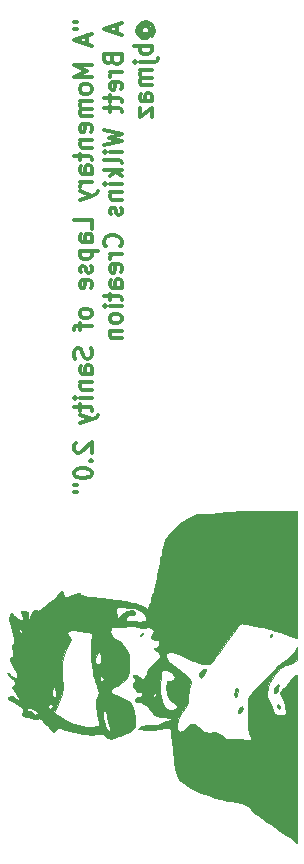
<source format=gbo>
G04 #@! TF.FileFunction,Legend,Bot*
%FSLAX46Y46*%
G04 Gerber Fmt 4.6, Leading zero omitted, Abs format (unit mm)*
G04 Created by KiCad (PCBNEW 4.0.2-stable) date Monday, 05 December 2016 'pmt' 11:41:00 pm*
%MOMM*%
G01*
G04 APERTURE LIST*
%ADD10C,0.100000*%
%ADD11C,0.300000*%
%ADD12C,0.010000*%
G04 APERTURE END LIST*
D10*
D11*
X165699286Y-65580000D02*
X165627857Y-65508572D01*
X165556429Y-65365715D01*
X165556429Y-65222857D01*
X165627857Y-65080000D01*
X165699286Y-65008572D01*
X165842143Y-64937143D01*
X165985000Y-64937143D01*
X166127857Y-65008572D01*
X166199286Y-65080000D01*
X166270714Y-65222857D01*
X166270714Y-65365715D01*
X166199286Y-65508572D01*
X166127857Y-65580000D01*
X165556429Y-65580000D02*
X166127857Y-65580000D01*
X166199286Y-65651429D01*
X166199286Y-65722857D01*
X166127857Y-65865715D01*
X165985000Y-65937143D01*
X165627857Y-65937143D01*
X165413571Y-65794286D01*
X165270714Y-65580000D01*
X165199286Y-65294286D01*
X165270714Y-65008572D01*
X165413571Y-64794286D01*
X165627857Y-64651429D01*
X165913571Y-64580000D01*
X166199286Y-64651429D01*
X166413571Y-64794286D01*
X166556429Y-65008572D01*
X166627857Y-65294286D01*
X166556429Y-65580000D01*
X166413571Y-65794286D01*
X166413571Y-66580000D02*
X164913571Y-66580000D01*
X165485000Y-66580000D02*
X165413571Y-66722857D01*
X165413571Y-67008571D01*
X165485000Y-67151428D01*
X165556429Y-67222857D01*
X165699286Y-67294286D01*
X166127857Y-67294286D01*
X166270714Y-67222857D01*
X166342143Y-67151428D01*
X166413571Y-67008571D01*
X166413571Y-66722857D01*
X166342143Y-66580000D01*
X165413571Y-67937143D02*
X166699286Y-67937143D01*
X166842143Y-67865714D01*
X166913571Y-67722857D01*
X166913571Y-67651429D01*
X164913571Y-67937143D02*
X164985000Y-67865714D01*
X165056429Y-67937143D01*
X164985000Y-68008571D01*
X164913571Y-67937143D01*
X165056429Y-67937143D01*
X166413571Y-68651429D02*
X165413571Y-68651429D01*
X165556429Y-68651429D02*
X165485000Y-68722857D01*
X165413571Y-68865715D01*
X165413571Y-69080000D01*
X165485000Y-69222857D01*
X165627857Y-69294286D01*
X166413571Y-69294286D01*
X165627857Y-69294286D02*
X165485000Y-69365715D01*
X165413571Y-69508572D01*
X165413571Y-69722857D01*
X165485000Y-69865715D01*
X165627857Y-69937143D01*
X166413571Y-69937143D01*
X166413571Y-71294286D02*
X165627857Y-71294286D01*
X165485000Y-71222857D01*
X165413571Y-71080000D01*
X165413571Y-70794286D01*
X165485000Y-70651429D01*
X166342143Y-71294286D02*
X166413571Y-71151429D01*
X166413571Y-70794286D01*
X166342143Y-70651429D01*
X166199286Y-70580000D01*
X166056429Y-70580000D01*
X165913571Y-70651429D01*
X165842143Y-70794286D01*
X165842143Y-71151429D01*
X165770714Y-71294286D01*
X165413571Y-71865715D02*
X165413571Y-72651429D01*
X166413571Y-71865715D01*
X166413571Y-72651429D01*
X163445000Y-64783571D02*
X163445000Y-65497857D01*
X163873571Y-64640714D02*
X162373571Y-65140714D01*
X163873571Y-65640714D01*
X163087857Y-67783571D02*
X163159286Y-67997857D01*
X163230714Y-68069285D01*
X163373571Y-68140714D01*
X163587857Y-68140714D01*
X163730714Y-68069285D01*
X163802143Y-67997857D01*
X163873571Y-67854999D01*
X163873571Y-67283571D01*
X162373571Y-67283571D01*
X162373571Y-67783571D01*
X162445000Y-67926428D01*
X162516429Y-67997857D01*
X162659286Y-68069285D01*
X162802143Y-68069285D01*
X162945000Y-67997857D01*
X163016429Y-67926428D01*
X163087857Y-67783571D01*
X163087857Y-67283571D01*
X163873571Y-68783571D02*
X162873571Y-68783571D01*
X163159286Y-68783571D02*
X163016429Y-68854999D01*
X162945000Y-68926428D01*
X162873571Y-69069285D01*
X162873571Y-69212142D01*
X163802143Y-70283570D02*
X163873571Y-70140713D01*
X163873571Y-69854999D01*
X163802143Y-69712142D01*
X163659286Y-69640713D01*
X163087857Y-69640713D01*
X162945000Y-69712142D01*
X162873571Y-69854999D01*
X162873571Y-70140713D01*
X162945000Y-70283570D01*
X163087857Y-70354999D01*
X163230714Y-70354999D01*
X163373571Y-69640713D01*
X162873571Y-70783570D02*
X162873571Y-71354999D01*
X162373571Y-70997856D02*
X163659286Y-70997856D01*
X163802143Y-71069284D01*
X163873571Y-71212142D01*
X163873571Y-71354999D01*
X162873571Y-71640713D02*
X162873571Y-72212142D01*
X162373571Y-71854999D02*
X163659286Y-71854999D01*
X163802143Y-71926427D01*
X163873571Y-72069285D01*
X163873571Y-72212142D01*
X162373571Y-73712142D02*
X163873571Y-74069285D01*
X162802143Y-74354999D01*
X163873571Y-74640713D01*
X162373571Y-74997856D01*
X163873571Y-75569285D02*
X162873571Y-75569285D01*
X162373571Y-75569285D02*
X162445000Y-75497856D01*
X162516429Y-75569285D01*
X162445000Y-75640713D01*
X162373571Y-75569285D01*
X162516429Y-75569285D01*
X163873571Y-76497857D02*
X163802143Y-76354999D01*
X163659286Y-76283571D01*
X162373571Y-76283571D01*
X163873571Y-77069285D02*
X162373571Y-77069285D01*
X163302143Y-77212142D02*
X163873571Y-77640713D01*
X162873571Y-77640713D02*
X163445000Y-77069285D01*
X163873571Y-78283571D02*
X162873571Y-78283571D01*
X162373571Y-78283571D02*
X162445000Y-78212142D01*
X162516429Y-78283571D01*
X162445000Y-78354999D01*
X162373571Y-78283571D01*
X162516429Y-78283571D01*
X162873571Y-78997857D02*
X163873571Y-78997857D01*
X163016429Y-78997857D02*
X162945000Y-79069285D01*
X162873571Y-79212143D01*
X162873571Y-79426428D01*
X162945000Y-79569285D01*
X163087857Y-79640714D01*
X163873571Y-79640714D01*
X163802143Y-80283571D02*
X163873571Y-80426428D01*
X163873571Y-80712143D01*
X163802143Y-80855000D01*
X163659286Y-80926428D01*
X163587857Y-80926428D01*
X163445000Y-80855000D01*
X163373571Y-80712143D01*
X163373571Y-80497857D01*
X163302143Y-80355000D01*
X163159286Y-80283571D01*
X163087857Y-80283571D01*
X162945000Y-80355000D01*
X162873571Y-80497857D01*
X162873571Y-80712143D01*
X162945000Y-80855000D01*
X163730714Y-83569286D02*
X163802143Y-83497857D01*
X163873571Y-83283571D01*
X163873571Y-83140714D01*
X163802143Y-82926429D01*
X163659286Y-82783571D01*
X163516429Y-82712143D01*
X163230714Y-82640714D01*
X163016429Y-82640714D01*
X162730714Y-82712143D01*
X162587857Y-82783571D01*
X162445000Y-82926429D01*
X162373571Y-83140714D01*
X162373571Y-83283571D01*
X162445000Y-83497857D01*
X162516429Y-83569286D01*
X163873571Y-84212143D02*
X162873571Y-84212143D01*
X163159286Y-84212143D02*
X163016429Y-84283571D01*
X162945000Y-84355000D01*
X162873571Y-84497857D01*
X162873571Y-84640714D01*
X163802143Y-85712142D02*
X163873571Y-85569285D01*
X163873571Y-85283571D01*
X163802143Y-85140714D01*
X163659286Y-85069285D01*
X163087857Y-85069285D01*
X162945000Y-85140714D01*
X162873571Y-85283571D01*
X162873571Y-85569285D01*
X162945000Y-85712142D01*
X163087857Y-85783571D01*
X163230714Y-85783571D01*
X163373571Y-85069285D01*
X163873571Y-87069285D02*
X163087857Y-87069285D01*
X162945000Y-86997856D01*
X162873571Y-86854999D01*
X162873571Y-86569285D01*
X162945000Y-86426428D01*
X163802143Y-87069285D02*
X163873571Y-86926428D01*
X163873571Y-86569285D01*
X163802143Y-86426428D01*
X163659286Y-86354999D01*
X163516429Y-86354999D01*
X163373571Y-86426428D01*
X163302143Y-86569285D01*
X163302143Y-86926428D01*
X163230714Y-87069285D01*
X162873571Y-87569285D02*
X162873571Y-88140714D01*
X162373571Y-87783571D02*
X163659286Y-87783571D01*
X163802143Y-87854999D01*
X163873571Y-87997857D01*
X163873571Y-88140714D01*
X163873571Y-88640714D02*
X162873571Y-88640714D01*
X162373571Y-88640714D02*
X162445000Y-88569285D01*
X162516429Y-88640714D01*
X162445000Y-88712142D01*
X162373571Y-88640714D01*
X162516429Y-88640714D01*
X163873571Y-89569286D02*
X163802143Y-89426428D01*
X163730714Y-89355000D01*
X163587857Y-89283571D01*
X163159286Y-89283571D01*
X163016429Y-89355000D01*
X162945000Y-89426428D01*
X162873571Y-89569286D01*
X162873571Y-89783571D01*
X162945000Y-89926428D01*
X163016429Y-89997857D01*
X163159286Y-90069286D01*
X163587857Y-90069286D01*
X163730714Y-89997857D01*
X163802143Y-89926428D01*
X163873571Y-89783571D01*
X163873571Y-89569286D01*
X162873571Y-90712143D02*
X163873571Y-90712143D01*
X163016429Y-90712143D02*
X162945000Y-90783571D01*
X162873571Y-90926429D01*
X162873571Y-91140714D01*
X162945000Y-91283571D01*
X163087857Y-91355000D01*
X163873571Y-91355000D01*
X159833571Y-64562143D02*
X160119286Y-64562143D01*
X159833571Y-65133572D02*
X160119286Y-65133572D01*
X160905000Y-65705000D02*
X160905000Y-66419286D01*
X161333571Y-65562143D02*
X159833571Y-66062143D01*
X161333571Y-66562143D01*
X161333571Y-68205000D02*
X159833571Y-68205000D01*
X160905000Y-68705000D01*
X159833571Y-69205000D01*
X161333571Y-69205000D01*
X161333571Y-70133572D02*
X161262143Y-69990714D01*
X161190714Y-69919286D01*
X161047857Y-69847857D01*
X160619286Y-69847857D01*
X160476429Y-69919286D01*
X160405000Y-69990714D01*
X160333571Y-70133572D01*
X160333571Y-70347857D01*
X160405000Y-70490714D01*
X160476429Y-70562143D01*
X160619286Y-70633572D01*
X161047857Y-70633572D01*
X161190714Y-70562143D01*
X161262143Y-70490714D01*
X161333571Y-70347857D01*
X161333571Y-70133572D01*
X161333571Y-71276429D02*
X160333571Y-71276429D01*
X160476429Y-71276429D02*
X160405000Y-71347857D01*
X160333571Y-71490715D01*
X160333571Y-71705000D01*
X160405000Y-71847857D01*
X160547857Y-71919286D01*
X161333571Y-71919286D01*
X160547857Y-71919286D02*
X160405000Y-71990715D01*
X160333571Y-72133572D01*
X160333571Y-72347857D01*
X160405000Y-72490715D01*
X160547857Y-72562143D01*
X161333571Y-72562143D01*
X161262143Y-73847857D02*
X161333571Y-73705000D01*
X161333571Y-73419286D01*
X161262143Y-73276429D01*
X161119286Y-73205000D01*
X160547857Y-73205000D01*
X160405000Y-73276429D01*
X160333571Y-73419286D01*
X160333571Y-73705000D01*
X160405000Y-73847857D01*
X160547857Y-73919286D01*
X160690714Y-73919286D01*
X160833571Y-73205000D01*
X160333571Y-74562143D02*
X161333571Y-74562143D01*
X160476429Y-74562143D02*
X160405000Y-74633571D01*
X160333571Y-74776429D01*
X160333571Y-74990714D01*
X160405000Y-75133571D01*
X160547857Y-75205000D01*
X161333571Y-75205000D01*
X160333571Y-75705000D02*
X160333571Y-76276429D01*
X159833571Y-75919286D02*
X161119286Y-75919286D01*
X161262143Y-75990714D01*
X161333571Y-76133572D01*
X161333571Y-76276429D01*
X161333571Y-77419286D02*
X160547857Y-77419286D01*
X160405000Y-77347857D01*
X160333571Y-77205000D01*
X160333571Y-76919286D01*
X160405000Y-76776429D01*
X161262143Y-77419286D02*
X161333571Y-77276429D01*
X161333571Y-76919286D01*
X161262143Y-76776429D01*
X161119286Y-76705000D01*
X160976429Y-76705000D01*
X160833571Y-76776429D01*
X160762143Y-76919286D01*
X160762143Y-77276429D01*
X160690714Y-77419286D01*
X161333571Y-78133572D02*
X160333571Y-78133572D01*
X160619286Y-78133572D02*
X160476429Y-78205000D01*
X160405000Y-78276429D01*
X160333571Y-78419286D01*
X160333571Y-78562143D01*
X160333571Y-78919286D02*
X161333571Y-79276429D01*
X160333571Y-79633571D02*
X161333571Y-79276429D01*
X161690714Y-79133571D01*
X161762143Y-79062143D01*
X161833571Y-78919286D01*
X161333571Y-82062143D02*
X161333571Y-81347857D01*
X159833571Y-81347857D01*
X161333571Y-83205000D02*
X160547857Y-83205000D01*
X160405000Y-83133571D01*
X160333571Y-82990714D01*
X160333571Y-82705000D01*
X160405000Y-82562143D01*
X161262143Y-83205000D02*
X161333571Y-83062143D01*
X161333571Y-82705000D01*
X161262143Y-82562143D01*
X161119286Y-82490714D01*
X160976429Y-82490714D01*
X160833571Y-82562143D01*
X160762143Y-82705000D01*
X160762143Y-83062143D01*
X160690714Y-83205000D01*
X160333571Y-83919286D02*
X161833571Y-83919286D01*
X160405000Y-83919286D02*
X160333571Y-84062143D01*
X160333571Y-84347857D01*
X160405000Y-84490714D01*
X160476429Y-84562143D01*
X160619286Y-84633572D01*
X161047857Y-84633572D01*
X161190714Y-84562143D01*
X161262143Y-84490714D01*
X161333571Y-84347857D01*
X161333571Y-84062143D01*
X161262143Y-83919286D01*
X161262143Y-85205000D02*
X161333571Y-85347857D01*
X161333571Y-85633572D01*
X161262143Y-85776429D01*
X161119286Y-85847857D01*
X161047857Y-85847857D01*
X160905000Y-85776429D01*
X160833571Y-85633572D01*
X160833571Y-85419286D01*
X160762143Y-85276429D01*
X160619286Y-85205000D01*
X160547857Y-85205000D01*
X160405000Y-85276429D01*
X160333571Y-85419286D01*
X160333571Y-85633572D01*
X160405000Y-85776429D01*
X161262143Y-87062143D02*
X161333571Y-86919286D01*
X161333571Y-86633572D01*
X161262143Y-86490715D01*
X161119286Y-86419286D01*
X160547857Y-86419286D01*
X160405000Y-86490715D01*
X160333571Y-86633572D01*
X160333571Y-86919286D01*
X160405000Y-87062143D01*
X160547857Y-87133572D01*
X160690714Y-87133572D01*
X160833571Y-86419286D01*
X161333571Y-89133572D02*
X161262143Y-88990714D01*
X161190714Y-88919286D01*
X161047857Y-88847857D01*
X160619286Y-88847857D01*
X160476429Y-88919286D01*
X160405000Y-88990714D01*
X160333571Y-89133572D01*
X160333571Y-89347857D01*
X160405000Y-89490714D01*
X160476429Y-89562143D01*
X160619286Y-89633572D01*
X161047857Y-89633572D01*
X161190714Y-89562143D01*
X161262143Y-89490714D01*
X161333571Y-89347857D01*
X161333571Y-89133572D01*
X160333571Y-90062143D02*
X160333571Y-90633572D01*
X161333571Y-90276429D02*
X160047857Y-90276429D01*
X159905000Y-90347857D01*
X159833571Y-90490715D01*
X159833571Y-90633572D01*
X161262143Y-92205000D02*
X161333571Y-92419286D01*
X161333571Y-92776429D01*
X161262143Y-92919286D01*
X161190714Y-92990715D01*
X161047857Y-93062143D01*
X160905000Y-93062143D01*
X160762143Y-92990715D01*
X160690714Y-92919286D01*
X160619286Y-92776429D01*
X160547857Y-92490715D01*
X160476429Y-92347857D01*
X160405000Y-92276429D01*
X160262143Y-92205000D01*
X160119286Y-92205000D01*
X159976429Y-92276429D01*
X159905000Y-92347857D01*
X159833571Y-92490715D01*
X159833571Y-92847857D01*
X159905000Y-93062143D01*
X161333571Y-94347857D02*
X160547857Y-94347857D01*
X160405000Y-94276428D01*
X160333571Y-94133571D01*
X160333571Y-93847857D01*
X160405000Y-93705000D01*
X161262143Y-94347857D02*
X161333571Y-94205000D01*
X161333571Y-93847857D01*
X161262143Y-93705000D01*
X161119286Y-93633571D01*
X160976429Y-93633571D01*
X160833571Y-93705000D01*
X160762143Y-93847857D01*
X160762143Y-94205000D01*
X160690714Y-94347857D01*
X160333571Y-95062143D02*
X161333571Y-95062143D01*
X160476429Y-95062143D02*
X160405000Y-95133571D01*
X160333571Y-95276429D01*
X160333571Y-95490714D01*
X160405000Y-95633571D01*
X160547857Y-95705000D01*
X161333571Y-95705000D01*
X161333571Y-96419286D02*
X160333571Y-96419286D01*
X159833571Y-96419286D02*
X159905000Y-96347857D01*
X159976429Y-96419286D01*
X159905000Y-96490714D01*
X159833571Y-96419286D01*
X159976429Y-96419286D01*
X160333571Y-96919286D02*
X160333571Y-97490715D01*
X159833571Y-97133572D02*
X161119286Y-97133572D01*
X161262143Y-97205000D01*
X161333571Y-97347858D01*
X161333571Y-97490715D01*
X160333571Y-97847858D02*
X161333571Y-98205001D01*
X160333571Y-98562143D02*
X161333571Y-98205001D01*
X161690714Y-98062143D01*
X161762143Y-97990715D01*
X161833571Y-97847858D01*
X159976429Y-100205000D02*
X159905000Y-100276429D01*
X159833571Y-100419286D01*
X159833571Y-100776429D01*
X159905000Y-100919286D01*
X159976429Y-100990715D01*
X160119286Y-101062143D01*
X160262143Y-101062143D01*
X160476429Y-100990715D01*
X161333571Y-100133572D01*
X161333571Y-101062143D01*
X161190714Y-101705000D02*
X161262143Y-101776428D01*
X161333571Y-101705000D01*
X161262143Y-101633571D01*
X161190714Y-101705000D01*
X161333571Y-101705000D01*
X159833571Y-102705000D02*
X159833571Y-102847857D01*
X159905000Y-102990714D01*
X159976429Y-103062143D01*
X160119286Y-103133572D01*
X160405000Y-103205000D01*
X160762143Y-103205000D01*
X161047857Y-103133572D01*
X161190714Y-103062143D01*
X161262143Y-102990714D01*
X161333571Y-102847857D01*
X161333571Y-102705000D01*
X161262143Y-102562143D01*
X161190714Y-102490714D01*
X161047857Y-102419286D01*
X160762143Y-102347857D01*
X160405000Y-102347857D01*
X160119286Y-102419286D01*
X159976429Y-102490714D01*
X159905000Y-102562143D01*
X159833571Y-102705000D01*
X159833571Y-103776428D02*
X160119286Y-103776428D01*
X159833571Y-104347857D02*
X160119286Y-104347857D01*
D12*
G36*
X154218458Y-119781798D02*
X154316249Y-119902612D01*
X154470639Y-120060003D01*
X154514090Y-120100755D01*
X154724915Y-120318880D01*
X154849199Y-120499329D01*
X154882717Y-120631108D01*
X154821248Y-120703225D01*
X154749500Y-120713500D01*
X154638262Y-120755733D01*
X154615523Y-120875369D01*
X154678209Y-121061812D01*
X154823248Y-121304469D01*
X154981622Y-121513789D01*
X155102566Y-121680231D01*
X155179483Y-121820811D01*
X155194000Y-121875167D01*
X155159936Y-121995823D01*
X155070275Y-122014221D01*
X154943807Y-121931038D01*
X154882604Y-121863978D01*
X154746192Y-121727022D01*
X154607311Y-121675917D01*
X154495335Y-121674865D01*
X154331584Y-121690972D01*
X154227035Y-121712647D01*
X154221488Y-121715125D01*
X154215568Y-121773336D01*
X154290701Y-121872472D01*
X154420558Y-121985650D01*
X154578809Y-122085987D01*
X154590600Y-122092000D01*
X154829697Y-122222267D01*
X155069394Y-122370331D01*
X155282887Y-122517507D01*
X155443369Y-122645111D01*
X155524036Y-122734457D01*
X155528113Y-122745500D01*
X155522304Y-122873528D01*
X155486158Y-123010284D01*
X155466936Y-123195409D01*
X155556140Y-123322896D01*
X155743410Y-123380039D01*
X155789150Y-123381894D01*
X155971975Y-123409686D01*
X156189955Y-123477562D01*
X156259476Y-123506618D01*
X156464514Y-123582344D01*
X156617810Y-123589347D01*
X156696488Y-123567107D01*
X156897452Y-123529634D01*
X157056414Y-123599218D01*
X157187963Y-123767957D01*
X157326047Y-123937693D01*
X157503198Y-124082165D01*
X157515257Y-124089483D01*
X157693138Y-124232605D01*
X157844199Y-124414745D01*
X157854913Y-124432194D01*
X157989610Y-124594037D01*
X158126936Y-124649598D01*
X158245415Y-124595729D01*
X158303154Y-124497918D01*
X158372150Y-124365508D01*
X158428413Y-124303775D01*
X158513028Y-124307945D01*
X158685454Y-124353145D01*
X158916523Y-124430959D01*
X159066146Y-124487806D01*
X159815213Y-124721244D01*
X160631529Y-124858764D01*
X161495599Y-124897210D01*
X161583802Y-124895486D01*
X162290355Y-124877607D01*
X162522637Y-125081553D01*
X162741047Y-125230682D01*
X162961539Y-125279913D01*
X163214217Y-125231005D01*
X163435235Y-125134876D01*
X163680564Y-125026190D01*
X163961280Y-124922265D01*
X164085704Y-124883222D01*
X164367293Y-124769750D01*
X164633036Y-124609712D01*
X164698322Y-124558217D01*
X164839757Y-124428492D01*
X164923081Y-124313233D01*
X164969146Y-124167663D01*
X164998804Y-123947006D01*
X165003249Y-123903437D01*
X165018351Y-123622858D01*
X164998375Y-123356569D01*
X164937825Y-123047411D01*
X164910086Y-122934440D01*
X164836447Y-122669926D01*
X164760071Y-122437784D01*
X164694305Y-122277449D01*
X164677727Y-122247821D01*
X164565367Y-122143801D01*
X164355398Y-122012464D01*
X164070990Y-121865746D01*
X163735315Y-121715584D01*
X163371544Y-121573915D01*
X163364979Y-121571551D01*
X163124767Y-121447381D01*
X162993431Y-121297768D01*
X162973648Y-121140239D01*
X163068093Y-120992321D01*
X163259319Y-120879331D01*
X163444515Y-120791819D01*
X163677607Y-120663770D01*
X163862542Y-120551502D01*
X164091257Y-120387219D01*
X164245121Y-120221286D01*
X164367485Y-120005600D01*
X164381267Y-119975933D01*
X164449670Y-119815547D01*
X164493685Y-119670474D01*
X164517460Y-119507646D01*
X164525143Y-119293993D01*
X164520881Y-118996447D01*
X164517911Y-118886495D01*
X164496750Y-118141750D01*
X164211000Y-117633750D01*
X164064965Y-117383690D01*
X163946201Y-117215585D01*
X163824878Y-117097947D01*
X163671169Y-116999289D01*
X163549298Y-116935250D01*
X163334064Y-116811081D01*
X163152644Y-116679872D01*
X163057907Y-116586000D01*
X162937639Y-116354312D01*
X162900313Y-116124969D01*
X162951507Y-115936970D01*
X162962721Y-115920571D01*
X163009597Y-115872303D01*
X163081389Y-115836425D01*
X163198137Y-115809898D01*
X163379884Y-115789684D01*
X163646669Y-115772744D01*
X164018534Y-115756040D01*
X164058669Y-115754411D01*
X164468468Y-115740514D01*
X164773037Y-115737323D01*
X164993763Y-115745721D01*
X165152035Y-115766596D01*
X165269242Y-115800831D01*
X165279314Y-115804934D01*
X165567237Y-115865412D01*
X165758934Y-115848421D01*
X166072458Y-115824585D01*
X166321305Y-115869424D01*
X166492686Y-115971453D01*
X166573810Y-116119192D01*
X166551889Y-116301159D01*
X166448436Y-116467401D01*
X166338744Y-116639771D01*
X166343095Y-116764996D01*
X166463976Y-116846674D01*
X166703878Y-116888398D01*
X166741665Y-116890943D01*
X166932972Y-116905923D01*
X167029718Y-116936942D01*
X167064146Y-117007046D01*
X167068500Y-117124532D01*
X167024409Y-117342285D01*
X166905867Y-117489003D01*
X166746464Y-117538500D01*
X166641251Y-117567405D01*
X166638647Y-117641811D01*
X166731547Y-117743257D01*
X166856447Y-117824250D01*
X167065857Y-117984329D01*
X167151695Y-118162395D01*
X167114776Y-118350800D01*
X166955913Y-118541896D01*
X166765577Y-118677404D01*
X166707603Y-118723299D01*
X166707603Y-121415434D01*
X166772166Y-121454333D01*
X166809875Y-121551718D01*
X166729282Y-121657673D01*
X166628465Y-121695494D01*
X166570111Y-121619282D01*
X166560500Y-121528416D01*
X166606789Y-121431634D01*
X166707603Y-121415434D01*
X166707603Y-118723299D01*
X166604582Y-118804857D01*
X166428447Y-118991003D01*
X166262142Y-119202932D01*
X166130635Y-119407734D01*
X166058896Y-119572498D01*
X166052500Y-119617245D01*
X166016971Y-119737250D01*
X165929029Y-119895759D01*
X165816640Y-120052942D01*
X165707771Y-120168973D01*
X165639443Y-120205500D01*
X165539879Y-120161185D01*
X165409643Y-120051131D01*
X165375743Y-120015000D01*
X165180343Y-119860506D01*
X165029751Y-119824500D01*
X164863295Y-119853417D01*
X164810969Y-119936749D01*
X164874726Y-120069369D01*
X164917619Y-120118893D01*
X165013316Y-120232362D01*
X165028322Y-120320117D01*
X164969532Y-120444955D01*
X164956022Y-120468588D01*
X164863450Y-120684851D01*
X164871514Y-120866957D01*
X164986198Y-121051377D01*
X165065568Y-121136268D01*
X165211036Y-121267632D01*
X165312557Y-121314387D01*
X165404321Y-121292043D01*
X165406469Y-121290903D01*
X165532141Y-121255762D01*
X165595561Y-121326432D01*
X165608000Y-121446558D01*
X165557722Y-121610782D01*
X165432062Y-121707241D01*
X165294446Y-121712132D01*
X165149745Y-121733382D01*
X165058652Y-121803605D01*
X164983938Y-121943175D01*
X165027468Y-122055294D01*
X165181960Y-122131789D01*
X165377693Y-122161657D01*
X165512124Y-122177894D01*
X165632800Y-122216587D01*
X165757131Y-122291605D01*
X165902523Y-122416816D01*
X166086385Y-122606089D01*
X166326124Y-122873292D01*
X166453374Y-123018638D01*
X166651541Y-123214072D01*
X166860736Y-123341016D01*
X167115145Y-123412401D01*
X167448952Y-123441158D01*
X167576500Y-123443457D01*
X167854602Y-123458664D01*
X168008770Y-123499626D01*
X168039489Y-123566620D01*
X167949838Y-123658119D01*
X167819907Y-123734460D01*
X167736995Y-123762120D01*
X167648219Y-123787815D01*
X167484400Y-123853843D01*
X167322500Y-123926716D01*
X167137975Y-124004565D01*
X166957749Y-124055395D01*
X166743874Y-124085873D01*
X166458407Y-124102669D01*
X166293172Y-124107623D01*
X165947192Y-124122095D01*
X165703803Y-124147715D01*
X165538822Y-124188066D01*
X165447854Y-124232824D01*
X165329859Y-124324027D01*
X165297807Y-124392180D01*
X165359878Y-124440157D01*
X165524249Y-124470829D01*
X165799098Y-124487069D01*
X166185118Y-124491750D01*
X166597748Y-124486467D01*
X166915435Y-124468576D01*
X167169880Y-124435010D01*
X167392782Y-124382704D01*
X167431613Y-124371180D01*
X167686122Y-124305044D01*
X167854298Y-124303331D01*
X167957628Y-124381839D01*
X168017601Y-124556369D01*
X168054344Y-124829054D01*
X168086232Y-125095738D01*
X168125298Y-125352546D01*
X168155333Y-125507750D01*
X168180222Y-125661729D01*
X168208944Y-125912282D01*
X168238511Y-126229166D01*
X168265931Y-126582137D01*
X168275244Y-126720648D01*
X168318549Y-127264576D01*
X168375091Y-127702028D01*
X168451075Y-128053333D01*
X168552708Y-128338820D01*
X168686195Y-128578819D01*
X168857742Y-128793659D01*
X168931417Y-128870160D01*
X169220290Y-129106595D01*
X169611976Y-129351640D01*
X170083528Y-129596179D01*
X170612003Y-129831094D01*
X171174456Y-130047269D01*
X171747941Y-130235586D01*
X172309516Y-130386928D01*
X172836233Y-130492179D01*
X173101000Y-130526938D01*
X173578463Y-130601297D01*
X174010734Y-130718048D01*
X174378021Y-130868866D01*
X174660537Y-131045425D01*
X174838490Y-131239398D01*
X174851959Y-131263606D01*
X174973839Y-131420606D01*
X175120179Y-131524992D01*
X175256901Y-131606192D01*
X175442381Y-131743629D01*
X175613316Y-131887364D01*
X175823225Y-132060505D01*
X176039726Y-132215988D01*
X176183289Y-132302250D01*
X176356023Y-132406946D01*
X176578060Y-132563606D01*
X176803743Y-132739867D01*
X176821620Y-132754707D01*
X177088179Y-132957023D01*
X177399286Y-133164047D01*
X177662898Y-133317344D01*
X177922926Y-133473327D01*
X178175517Y-133656844D01*
X178367130Y-133828895D01*
X178371184Y-133833262D01*
X178518176Y-133982217D01*
X178636524Y-134083355D01*
X178690307Y-134112000D01*
X178700896Y-134048829D01*
X178710548Y-133860633D01*
X178719248Y-133549379D01*
X178726979Y-133117037D01*
X178733722Y-132565579D01*
X178739461Y-131896972D01*
X178744179Y-131113188D01*
X178747859Y-130216196D01*
X178750483Y-129207966D01*
X178752034Y-128090467D01*
X178752500Y-126968250D01*
X178752101Y-125765639D01*
X178750880Y-124686207D01*
X178748799Y-123726131D01*
X178745822Y-122881592D01*
X178741910Y-122148771D01*
X178737026Y-121523845D01*
X178731134Y-121002997D01*
X178724196Y-120582404D01*
X178716174Y-120258248D01*
X178707031Y-120026707D01*
X178696730Y-119883963D01*
X178685234Y-119826193D01*
X178682726Y-119824500D01*
X178587625Y-119874853D01*
X178436974Y-120015588D01*
X178245375Y-120231219D01*
X178027427Y-120506259D01*
X177979300Y-120570625D01*
X177844555Y-120741440D01*
X177733894Y-120861668D01*
X177674228Y-120904000D01*
X177603642Y-120950340D01*
X177493811Y-121067174D01*
X177443550Y-121130045D01*
X177271136Y-121356090D01*
X177468712Y-121780920D01*
X177585407Y-122071324D01*
X177687982Y-122394400D01*
X177744045Y-122630608D01*
X177784894Y-122918493D01*
X177771408Y-123104506D01*
X177688997Y-123207397D01*
X177523073Y-123245915D01*
X177270156Y-123239625D01*
X177051683Y-123214575D01*
X176898809Y-123161498D01*
X176788486Y-123057307D01*
X176697664Y-122878916D01*
X176603293Y-122603240D01*
X176589071Y-122557462D01*
X176494325Y-122290614D01*
X176380685Y-122025936D01*
X176298076Y-121866014D01*
X176192577Y-121651325D01*
X176156318Y-121455210D01*
X176163758Y-121280741D01*
X176237722Y-120946614D01*
X176390679Y-120562878D01*
X176605220Y-120162595D01*
X176863933Y-119778830D01*
X177107833Y-119487900D01*
X177308962Y-119280117D01*
X177458299Y-119147699D01*
X177587208Y-119070021D01*
X177727053Y-119026458D01*
X177839928Y-119006475D01*
X178094665Y-118939323D01*
X178360293Y-118827217D01*
X178458939Y-118771575D01*
X178752272Y-118586250D01*
X178752386Y-118030625D01*
X178749722Y-117782788D01*
X178742505Y-117591909D01*
X178732055Y-117486727D01*
X178726811Y-117475000D01*
X178684675Y-117525624D01*
X178601123Y-117657174D01*
X178512943Y-117808436D01*
X178308977Y-118105556D01*
X178051401Y-118387907D01*
X177775393Y-118621375D01*
X177522009Y-118769415D01*
X177350152Y-118871823D01*
X177157202Y-119030595D01*
X177057348Y-119131759D01*
X176942226Y-119254669D01*
X176753427Y-119450040D01*
X176507534Y-119700989D01*
X176221131Y-119990634D01*
X175910800Y-120302091D01*
X175758518Y-120454076D01*
X175391672Y-120822061D01*
X175106272Y-121118220D01*
X174892303Y-121358839D01*
X174739752Y-121560209D01*
X174638605Y-121738618D01*
X174578850Y-121910354D01*
X174550471Y-122091706D01*
X174543457Y-122298962D01*
X174545040Y-122428000D01*
X174557671Y-123036043D01*
X174569478Y-123530182D01*
X174581460Y-123923498D01*
X174594618Y-124229074D01*
X174609949Y-124459992D01*
X174628452Y-124629333D01*
X174651126Y-124750181D01*
X174678971Y-124835616D01*
X174712985Y-124898722D01*
X174736127Y-124930494D01*
X174835695Y-125116206D01*
X174824664Y-125261565D01*
X174715914Y-125355921D01*
X174522325Y-125388625D01*
X174256776Y-125349026D01*
X174236652Y-125343505D01*
X174045681Y-125307477D01*
X173775139Y-125278740D01*
X173472424Y-125261816D01*
X173355000Y-125259386D01*
X172751750Y-125253750D01*
X172354036Y-124971175D01*
X172127188Y-124819382D01*
X171959891Y-124735771D01*
X171815842Y-124705213D01*
X171719036Y-124706514D01*
X171384506Y-124730621D01*
X171147635Y-124738358D01*
X170979366Y-124721869D01*
X170850644Y-124673299D01*
X170732413Y-124584792D01*
X170595616Y-124448494D01*
X170536905Y-124386924D01*
X170281771Y-124145280D01*
X170068443Y-124009394D01*
X169877518Y-123973747D01*
X169689592Y-124032822D01*
X169569643Y-124111865D01*
X169423836Y-124236851D01*
X169326181Y-124345886D01*
X169310484Y-124373816D01*
X169225497Y-124470319D01*
X169072669Y-124568307D01*
X168906900Y-124636657D01*
X168822439Y-124650500D01*
X168673132Y-124597601D01*
X168579894Y-124453105D01*
X168540633Y-124238313D01*
X168553255Y-123974528D01*
X168615666Y-123683049D01*
X168725774Y-123385180D01*
X168881484Y-123102221D01*
X168988871Y-122956945D01*
X169229648Y-122637531D01*
X169382120Y-122357899D01*
X169461075Y-122083657D01*
X169481500Y-121811202D01*
X169500597Y-121551020D01*
X169550266Y-121244097D01*
X169608500Y-120999250D01*
X169671871Y-120759094D01*
X169717386Y-120551199D01*
X169735480Y-120419428D01*
X169735500Y-120416949D01*
X169676838Y-120235012D01*
X169506613Y-120021193D01*
X169233466Y-119784597D01*
X168945258Y-119584147D01*
X168534325Y-119297128D01*
X168192294Y-119010538D01*
X167927125Y-118734728D01*
X167746780Y-118480048D01*
X167659218Y-118256848D01*
X167672400Y-118075481D01*
X167725132Y-117997652D01*
X167876455Y-117930713D01*
X168113568Y-117931161D01*
X168417515Y-117994570D01*
X168769341Y-118116511D01*
X169150091Y-118292556D01*
X169275264Y-118359772D01*
X169647146Y-118547186D01*
X170032345Y-118707746D01*
X170407804Y-118834943D01*
X170750463Y-118922271D01*
X171037267Y-118963220D01*
X171245157Y-118951283D01*
X171299471Y-118931100D01*
X171412250Y-118836092D01*
X171588304Y-118640453D01*
X171822652Y-118350652D01*
X172110313Y-117973155D01*
X172446304Y-117514431D01*
X172825643Y-116980946D01*
X173056850Y-116649500D01*
X173319647Y-116272013D01*
X173522234Y-115986743D01*
X173675705Y-115780814D01*
X173791157Y-115641349D01*
X173879686Y-115555473D01*
X173952386Y-115510310D01*
X174020353Y-115492983D01*
X174055357Y-115490751D01*
X174206343Y-115502382D01*
X174458603Y-115539363D01*
X174789866Y-115597616D01*
X175177862Y-115673063D01*
X175600322Y-115761626D01*
X175908781Y-115830185D01*
X176136850Y-115890492D01*
X176456525Y-115986439D01*
X176840562Y-116108897D01*
X177261720Y-116248737D01*
X177692757Y-116396830D01*
X178106429Y-116544048D01*
X178475496Y-116681261D01*
X178641375Y-116745880D01*
X178660981Y-116748653D01*
X178678141Y-116735133D01*
X178693017Y-116697484D01*
X178705772Y-116627871D01*
X178716568Y-116518457D01*
X178725567Y-116361407D01*
X178732933Y-116148885D01*
X178738826Y-115873056D01*
X178743409Y-115526084D01*
X178746845Y-115100132D01*
X178749297Y-114587365D01*
X178750925Y-113979948D01*
X178751893Y-113270045D01*
X178752364Y-112449819D01*
X178752498Y-111511436D01*
X178752500Y-111381960D01*
X178752500Y-105973834D01*
X175656875Y-105994719D01*
X174909415Y-106000486D01*
X174279519Y-106007070D01*
X173757748Y-106014776D01*
X173334666Y-106023909D01*
X173000837Y-106034774D01*
X172746824Y-106047677D01*
X172563190Y-106062923D01*
X172440499Y-106080816D01*
X172370750Y-106101011D01*
X172224449Y-106138974D01*
X171971160Y-106174164D01*
X171630894Y-106204380D01*
X171223662Y-106227422D01*
X171219269Y-106227611D01*
X170258288Y-106268805D01*
X169600019Y-106596838D01*
X169010205Y-106932839D01*
X168488092Y-107314888D01*
X168054572Y-107726002D01*
X167774867Y-108080322D01*
X167573956Y-108429604D01*
X167543550Y-108502083D01*
X167543550Y-119403725D01*
X167687798Y-119431440D01*
X167858095Y-119510844D01*
X168046943Y-119640210D01*
X168222063Y-119791605D01*
X168351174Y-119937096D01*
X168401996Y-120048750D01*
X168402000Y-120049456D01*
X168344814Y-120187678D01*
X168197645Y-120290348D01*
X167997071Y-120332431D01*
X167988461Y-120332500D01*
X167832648Y-120348660D01*
X167740760Y-120388007D01*
X167737482Y-120392387D01*
X167715987Y-120481196D01*
X167693313Y-120660552D01*
X167673908Y-120894125D01*
X167671641Y-120930153D01*
X167681613Y-121374167D01*
X167770565Y-121721260D01*
X167938009Y-121970105D01*
X168096577Y-122082583D01*
X168311615Y-122212311D01*
X168482411Y-122354035D01*
X168580076Y-122481708D01*
X168592500Y-122529710D01*
X168546572Y-122620460D01*
X168435027Y-122733012D01*
X168425186Y-122740891D01*
X168190805Y-122855396D01*
X167938489Y-122844216D01*
X167697015Y-122727402D01*
X167514998Y-122563679D01*
X167372878Y-122335186D01*
X167262305Y-122022863D01*
X167174929Y-121607653D01*
X167157189Y-121495284D01*
X167113342Y-121147785D01*
X167101427Y-120870320D01*
X167120580Y-120610230D01*
X167140490Y-120476494D01*
X167177214Y-120216512D01*
X167200740Y-119971223D01*
X167205940Y-119816612D01*
X167240296Y-119580547D01*
X167354873Y-119441287D01*
X167543550Y-119403725D01*
X167543550Y-108502083D01*
X167423026Y-108789379D01*
X167336907Y-109120200D01*
X167322500Y-109283499D01*
X167304453Y-109443872D01*
X167258713Y-109659087D01*
X167230182Y-109764099D01*
X167162924Y-110017676D01*
X167088769Y-110338441D01*
X167013475Y-110696262D01*
X166942799Y-111061008D01*
X166882500Y-111402545D01*
X166838336Y-111690742D01*
X166816064Y-111895468D01*
X166814500Y-111939452D01*
X166792599Y-112110487D01*
X166733704Y-112359647D01*
X166648023Y-112647155D01*
X166588384Y-112820474D01*
X166484323Y-113121929D01*
X166391593Y-113417598D01*
X166323689Y-113663203D01*
X166301938Y-113760250D01*
X166228141Y-114002070D01*
X166120761Y-114169140D01*
X165996462Y-114236203D01*
X165987749Y-114236500D01*
X165916601Y-114204098D01*
X165775789Y-114120566D01*
X165651598Y-114040653D01*
X165356675Y-113889368D01*
X165042364Y-113796555D01*
X165021587Y-113793125D01*
X164778461Y-113749614D01*
X164482952Y-113688517D01*
X164242750Y-113633435D01*
X163959297Y-113575550D01*
X163704363Y-113535176D01*
X163704363Y-114073923D01*
X163939767Y-114097282D01*
X164061840Y-114114414D01*
X164362072Y-114155498D01*
X164670331Y-114192559D01*
X164919949Y-114217581D01*
X164920231Y-114217604D01*
X165165571Y-114253198D01*
X165351248Y-114329211D01*
X165543928Y-114472992D01*
X165545029Y-114473934D01*
X165787793Y-114724977D01*
X165907848Y-114956627D01*
X165904385Y-115166917D01*
X165864435Y-115250734D01*
X165813332Y-115292386D01*
X165709468Y-115318145D01*
X165531589Y-115330097D01*
X165258443Y-115330322D01*
X165087532Y-115326884D01*
X164718074Y-115315406D01*
X164457728Y-115299624D01*
X164288609Y-115276362D01*
X164192834Y-115242447D01*
X164152519Y-115194703D01*
X164147500Y-115160005D01*
X164205329Y-114991653D01*
X164356803Y-114857852D01*
X164568902Y-114783936D01*
X164646659Y-114777002D01*
X164879748Y-114748177D01*
X164996658Y-114674285D01*
X165001083Y-114552192D01*
X164976648Y-114497317D01*
X164913454Y-114410757D01*
X164824343Y-114372908D01*
X164681100Y-114382189D01*
X164455507Y-114437024D01*
X164364321Y-114463060D01*
X164038186Y-114603799D01*
X163773331Y-114823803D01*
X163524816Y-115084986D01*
X163455512Y-114835368D01*
X163396875Y-114539133D01*
X163395640Y-114298478D01*
X163451126Y-114139311D01*
X163474465Y-114114715D01*
X163557627Y-114079730D01*
X163704363Y-114073923D01*
X163704363Y-113535176D01*
X163615852Y-113521158D01*
X163279232Y-113480627D01*
X163226750Y-113475796D01*
X162898236Y-113442862D01*
X162551354Y-113401086D01*
X162394904Y-113378830D01*
X162394904Y-122882341D01*
X162421238Y-122885380D01*
X162470586Y-122901532D01*
X162511421Y-122941587D01*
X162550898Y-123025296D01*
X162596174Y-123172408D01*
X162654406Y-123402674D01*
X162732750Y-123735842D01*
X162738702Y-123761500D01*
X162817934Y-124124027D01*
X162860707Y-124379117D01*
X162867464Y-124540854D01*
X162838650Y-124623320D01*
X162774709Y-124640600D01*
X162766375Y-124639281D01*
X162648791Y-124556404D01*
X162535106Y-124360532D01*
X162431298Y-124065651D01*
X162343345Y-123685748D01*
X162332046Y-123623192D01*
X162283079Y-123282151D01*
X162276447Y-123051500D01*
X162313329Y-122921482D01*
X162394904Y-122882341D01*
X162394904Y-113378830D01*
X162252827Y-113358617D01*
X162210750Y-113351757D01*
X161927904Y-113309041D01*
X161915365Y-113307470D01*
X161915365Y-117939784D01*
X161981252Y-117944310D01*
X162046913Y-118030625D01*
X162087475Y-118168197D01*
X162108318Y-118373919D01*
X162108637Y-118595626D01*
X162107157Y-118608695D01*
X162107157Y-119962353D01*
X162221151Y-119987137D01*
X162285267Y-120051079D01*
X162354513Y-120206862D01*
X162318943Y-120318905D01*
X162186443Y-120364153D01*
X162178130Y-120364250D01*
X162056650Y-120336153D01*
X162005590Y-120227779D01*
X162000122Y-120189263D01*
X162021846Y-120035367D01*
X162107157Y-119962353D01*
X162107157Y-118608695D01*
X162087629Y-118781149D01*
X162059721Y-118861680D01*
X161954676Y-118930632D01*
X161818246Y-118912142D01*
X161695271Y-118820348D01*
X161644746Y-118730836D01*
X161620400Y-118593963D01*
X161651527Y-118435924D01*
X161733698Y-118238711D01*
X161837988Y-118034503D01*
X161915365Y-117939784D01*
X161915365Y-113307470D01*
X161641620Y-113273158D01*
X161448750Y-113254732D01*
X161030563Y-113217828D01*
X160726042Y-113173481D01*
X160521934Y-113118796D01*
X160404986Y-113050878D01*
X160380930Y-113021460D01*
X160327593Y-112950479D01*
X160262426Y-112916918D01*
X160161742Y-112924112D01*
X160001855Y-112975398D01*
X159955762Y-112994139D01*
X159955762Y-116027382D01*
X160252044Y-116109750D01*
X160459823Y-116168480D01*
X160708665Y-116201998D01*
X160793929Y-116205000D01*
X161007249Y-116218870D01*
X161185061Y-116253954D01*
X161238036Y-116274674D01*
X161315957Y-116334685D01*
X161344758Y-116428698D01*
X161334386Y-116597547D01*
X161328312Y-116645211D01*
X161301570Y-116942469D01*
X161287011Y-117314172D01*
X161283958Y-117727840D01*
X161291736Y-118150993D01*
X161309667Y-118551152D01*
X161337076Y-118895835D01*
X161373286Y-119152564D01*
X161381289Y-119189500D01*
X161433166Y-119442560D01*
X161469079Y-119680715D01*
X161480181Y-119824500D01*
X161508983Y-120005639D01*
X161581504Y-120236856D01*
X161648719Y-120396000D01*
X161820609Y-120797785D01*
X161910980Y-121126230D01*
X161921563Y-121403906D01*
X161854085Y-121653384D01*
X161758389Y-121827834D01*
X161708980Y-121919588D01*
X161684378Y-122025604D01*
X161683127Y-122177247D01*
X161703772Y-122405880D01*
X161723752Y-122574351D01*
X161772681Y-122962083D01*
X161812603Y-123250786D01*
X161848139Y-123467701D01*
X161883908Y-123640065D01*
X161924530Y-123795118D01*
X161939369Y-123845730D01*
X161979086Y-124013154D01*
X161965795Y-124103966D01*
X161922922Y-124143783D01*
X161749138Y-124203820D01*
X161485617Y-124238218D01*
X161167231Y-124245886D01*
X160828849Y-124225733D01*
X160555177Y-124186603D01*
X160208692Y-124100298D01*
X159819171Y-123969720D01*
X159418554Y-123808917D01*
X159038779Y-123631941D01*
X158711788Y-123452844D01*
X158469519Y-123285676D01*
X158431045Y-123252157D01*
X158173011Y-123013941D01*
X158296266Y-122768595D01*
X158482741Y-122355145D01*
X158658683Y-121890030D01*
X158800466Y-121438123D01*
X158846518Y-121257701D01*
X158898957Y-120990100D01*
X158909759Y-120789767D01*
X158880801Y-120604659D01*
X158871394Y-120568508D01*
X158820118Y-120276028D01*
X158795755Y-119903087D01*
X158798467Y-119493373D01*
X158828420Y-119090577D01*
X158864921Y-118840250D01*
X158939544Y-118449592D01*
X159005473Y-118150543D01*
X159073072Y-117909146D01*
X159152702Y-117691448D01*
X159254723Y-117463494D01*
X159335141Y-117299368D01*
X159597331Y-116774486D01*
X159427665Y-116597393D01*
X159298401Y-116440951D01*
X159271208Y-116324754D01*
X159345904Y-116213727D01*
X159425313Y-116146108D01*
X159663663Y-116036333D01*
X159955762Y-116027382D01*
X159955762Y-112994139D01*
X159759077Y-113074112D01*
X159636531Y-113126306D01*
X159348651Y-113241259D01*
X159153392Y-113291902D01*
X159031605Y-113274229D01*
X158964140Y-113184232D01*
X158931848Y-113017903D01*
X158928170Y-112978070D01*
X158887517Y-112790882D01*
X158810837Y-112722693D01*
X158704236Y-112772695D01*
X158573818Y-112940079D01*
X158520499Y-113032060D01*
X158362748Y-113271141D01*
X158175579Y-113434936D01*
X158149974Y-113449539D01*
X158149974Y-120860591D01*
X158215490Y-120895916D01*
X158275514Y-121021151D01*
X158323186Y-121199215D01*
X158351644Y-121393026D01*
X158354027Y-121565502D01*
X158323474Y-121679561D01*
X158304931Y-121698101D01*
X158173169Y-121715240D01*
X158039030Y-121644097D01*
X157952153Y-121512248D01*
X157948825Y-121500274D01*
X157945386Y-121349365D01*
X157983579Y-121162758D01*
X158048153Y-120988953D01*
X158123859Y-120876448D01*
X158149974Y-120860591D01*
X158149974Y-113449539D01*
X158042862Y-113510627D01*
X157865345Y-113608691D01*
X157806355Y-113648199D01*
X157806355Y-122306155D01*
X157944040Y-122349490D01*
X157975300Y-122377200D01*
X158047503Y-122514741D01*
X157994200Y-122647185D01*
X157964298Y-122675320D01*
X157836406Y-122719425D01*
X157718218Y-122672496D01*
X157643415Y-122568213D01*
X157645679Y-122440258D01*
X157677179Y-122388201D01*
X157806355Y-122306155D01*
X157806355Y-113648199D01*
X157738009Y-113693974D01*
X157701973Y-113728947D01*
X157636058Y-113799153D01*
X157498813Y-113924750D01*
X157317454Y-114081017D01*
X157279217Y-114112998D01*
X157078074Y-114274476D01*
X156937967Y-114365278D01*
X156826260Y-114400486D01*
X156710317Y-114395181D01*
X156680042Y-114389895D01*
X156498156Y-114379061D01*
X156366574Y-114439720D01*
X156262717Y-114590857D01*
X156176463Y-114813379D01*
X156095335Y-115009375D01*
X156027884Y-115079822D01*
X155985863Y-115032335D01*
X155985863Y-122618500D01*
X156142839Y-122648154D01*
X156344865Y-122722500D01*
X156544034Y-122819614D01*
X156692442Y-122917569D01*
X156732902Y-122960405D01*
X156776090Y-123071053D01*
X156715020Y-123153773D01*
X156653857Y-123190343D01*
X156552538Y-123219862D01*
X156454256Y-123172087D01*
X156361667Y-123081453D01*
X156184801Y-122946522D01*
X156028935Y-122904250D01*
X155894125Y-122873723D01*
X155840984Y-122764967D01*
X155840458Y-122761375D01*
X155848642Y-122655178D01*
X155938108Y-122619982D01*
X155985863Y-122618500D01*
X155985863Y-115032335D01*
X155979877Y-115025570D01*
X155957084Y-114847470D01*
X155956000Y-114780863D01*
X155956000Y-114507221D01*
X155687340Y-114471187D01*
X155517159Y-114454199D01*
X155409482Y-114454417D01*
X155394434Y-114459398D01*
X155394208Y-114529448D01*
X155420015Y-114682445D01*
X155446454Y-114801558D01*
X155483105Y-114994729D01*
X155492869Y-115138641D01*
X155484161Y-115181862D01*
X155403034Y-115205092D01*
X155311462Y-115179935D01*
X155311462Y-115921684D01*
X155390475Y-115998555D01*
X155441985Y-116124249D01*
X155448000Y-116183259D01*
X155434096Y-116289757D01*
X155370272Y-116292628D01*
X155321000Y-116268500D01*
X155220943Y-116162122D01*
X155193843Y-116023993D01*
X155235782Y-115930384D01*
X155311462Y-115921684D01*
X155311462Y-115179935D01*
X155256374Y-115164801D01*
X155076610Y-115078290D01*
X154896170Y-114962862D01*
X154747485Y-114835818D01*
X154682632Y-114754228D01*
X154569155Y-114605497D01*
X154482815Y-114578820D01*
X154422569Y-114675017D01*
X154387370Y-114894908D01*
X154381266Y-114990672D01*
X154381252Y-115209025D01*
X154408258Y-115427143D01*
X154469542Y-115682585D01*
X154572359Y-116012909D01*
X154587641Y-116058792D01*
X154704771Y-116424653D01*
X154775638Y-116696217D01*
X154801976Y-116896767D01*
X154785519Y-117049587D01*
X154728001Y-117177960D01*
X154676402Y-117250528D01*
X154600991Y-117354842D01*
X154572189Y-117444412D01*
X154587594Y-117563725D01*
X154644802Y-117757268D01*
X154648412Y-117768726D01*
X154716944Y-118054298D01*
X154709727Y-118243642D01*
X154625247Y-118343579D01*
X154516177Y-118364000D01*
X154399884Y-118386209D01*
X154389939Y-118455278D01*
X154428975Y-118574058D01*
X154480587Y-118750641D01*
X154491087Y-118788653D01*
X154562095Y-118967717D01*
X154682181Y-119196199D01*
X154812104Y-119404445D01*
X154977681Y-119678991D01*
X155057568Y-119887796D01*
X155050368Y-120023254D01*
X154954685Y-120077757D01*
X154935825Y-120078500D01*
X154703360Y-120022052D01*
X154449525Y-119861662D01*
X154384625Y-119805731D01*
X154271866Y-119727817D01*
X154197765Y-119720120D01*
X154196840Y-119720992D01*
X154218458Y-119781798D01*
X154218458Y-119781798D01*
G37*
X154218458Y-119781798D02*
X154316249Y-119902612D01*
X154470639Y-120060003D01*
X154514090Y-120100755D01*
X154724915Y-120318880D01*
X154849199Y-120499329D01*
X154882717Y-120631108D01*
X154821248Y-120703225D01*
X154749500Y-120713500D01*
X154638262Y-120755733D01*
X154615523Y-120875369D01*
X154678209Y-121061812D01*
X154823248Y-121304469D01*
X154981622Y-121513789D01*
X155102566Y-121680231D01*
X155179483Y-121820811D01*
X155194000Y-121875167D01*
X155159936Y-121995823D01*
X155070275Y-122014221D01*
X154943807Y-121931038D01*
X154882604Y-121863978D01*
X154746192Y-121727022D01*
X154607311Y-121675917D01*
X154495335Y-121674865D01*
X154331584Y-121690972D01*
X154227035Y-121712647D01*
X154221488Y-121715125D01*
X154215568Y-121773336D01*
X154290701Y-121872472D01*
X154420558Y-121985650D01*
X154578809Y-122085987D01*
X154590600Y-122092000D01*
X154829697Y-122222267D01*
X155069394Y-122370331D01*
X155282887Y-122517507D01*
X155443369Y-122645111D01*
X155524036Y-122734457D01*
X155528113Y-122745500D01*
X155522304Y-122873528D01*
X155486158Y-123010284D01*
X155466936Y-123195409D01*
X155556140Y-123322896D01*
X155743410Y-123380039D01*
X155789150Y-123381894D01*
X155971975Y-123409686D01*
X156189955Y-123477562D01*
X156259476Y-123506618D01*
X156464514Y-123582344D01*
X156617810Y-123589347D01*
X156696488Y-123567107D01*
X156897452Y-123529634D01*
X157056414Y-123599218D01*
X157187963Y-123767957D01*
X157326047Y-123937693D01*
X157503198Y-124082165D01*
X157515257Y-124089483D01*
X157693138Y-124232605D01*
X157844199Y-124414745D01*
X157854913Y-124432194D01*
X157989610Y-124594037D01*
X158126936Y-124649598D01*
X158245415Y-124595729D01*
X158303154Y-124497918D01*
X158372150Y-124365508D01*
X158428413Y-124303775D01*
X158513028Y-124307945D01*
X158685454Y-124353145D01*
X158916523Y-124430959D01*
X159066146Y-124487806D01*
X159815213Y-124721244D01*
X160631529Y-124858764D01*
X161495599Y-124897210D01*
X161583802Y-124895486D01*
X162290355Y-124877607D01*
X162522637Y-125081553D01*
X162741047Y-125230682D01*
X162961539Y-125279913D01*
X163214217Y-125231005D01*
X163435235Y-125134876D01*
X163680564Y-125026190D01*
X163961280Y-124922265D01*
X164085704Y-124883222D01*
X164367293Y-124769750D01*
X164633036Y-124609712D01*
X164698322Y-124558217D01*
X164839757Y-124428492D01*
X164923081Y-124313233D01*
X164969146Y-124167663D01*
X164998804Y-123947006D01*
X165003249Y-123903437D01*
X165018351Y-123622858D01*
X164998375Y-123356569D01*
X164937825Y-123047411D01*
X164910086Y-122934440D01*
X164836447Y-122669926D01*
X164760071Y-122437784D01*
X164694305Y-122277449D01*
X164677727Y-122247821D01*
X164565367Y-122143801D01*
X164355398Y-122012464D01*
X164070990Y-121865746D01*
X163735315Y-121715584D01*
X163371544Y-121573915D01*
X163364979Y-121571551D01*
X163124767Y-121447381D01*
X162993431Y-121297768D01*
X162973648Y-121140239D01*
X163068093Y-120992321D01*
X163259319Y-120879331D01*
X163444515Y-120791819D01*
X163677607Y-120663770D01*
X163862542Y-120551502D01*
X164091257Y-120387219D01*
X164245121Y-120221286D01*
X164367485Y-120005600D01*
X164381267Y-119975933D01*
X164449670Y-119815547D01*
X164493685Y-119670474D01*
X164517460Y-119507646D01*
X164525143Y-119293993D01*
X164520881Y-118996447D01*
X164517911Y-118886495D01*
X164496750Y-118141750D01*
X164211000Y-117633750D01*
X164064965Y-117383690D01*
X163946201Y-117215585D01*
X163824878Y-117097947D01*
X163671169Y-116999289D01*
X163549298Y-116935250D01*
X163334064Y-116811081D01*
X163152644Y-116679872D01*
X163057907Y-116586000D01*
X162937639Y-116354312D01*
X162900313Y-116124969D01*
X162951507Y-115936970D01*
X162962721Y-115920571D01*
X163009597Y-115872303D01*
X163081389Y-115836425D01*
X163198137Y-115809898D01*
X163379884Y-115789684D01*
X163646669Y-115772744D01*
X164018534Y-115756040D01*
X164058669Y-115754411D01*
X164468468Y-115740514D01*
X164773037Y-115737323D01*
X164993763Y-115745721D01*
X165152035Y-115766596D01*
X165269242Y-115800831D01*
X165279314Y-115804934D01*
X165567237Y-115865412D01*
X165758934Y-115848421D01*
X166072458Y-115824585D01*
X166321305Y-115869424D01*
X166492686Y-115971453D01*
X166573810Y-116119192D01*
X166551889Y-116301159D01*
X166448436Y-116467401D01*
X166338744Y-116639771D01*
X166343095Y-116764996D01*
X166463976Y-116846674D01*
X166703878Y-116888398D01*
X166741665Y-116890943D01*
X166932972Y-116905923D01*
X167029718Y-116936942D01*
X167064146Y-117007046D01*
X167068500Y-117124532D01*
X167024409Y-117342285D01*
X166905867Y-117489003D01*
X166746464Y-117538500D01*
X166641251Y-117567405D01*
X166638647Y-117641811D01*
X166731547Y-117743257D01*
X166856447Y-117824250D01*
X167065857Y-117984329D01*
X167151695Y-118162395D01*
X167114776Y-118350800D01*
X166955913Y-118541896D01*
X166765577Y-118677404D01*
X166707603Y-118723299D01*
X166707603Y-121415434D01*
X166772166Y-121454333D01*
X166809875Y-121551718D01*
X166729282Y-121657673D01*
X166628465Y-121695494D01*
X166570111Y-121619282D01*
X166560500Y-121528416D01*
X166606789Y-121431634D01*
X166707603Y-121415434D01*
X166707603Y-118723299D01*
X166604582Y-118804857D01*
X166428447Y-118991003D01*
X166262142Y-119202932D01*
X166130635Y-119407734D01*
X166058896Y-119572498D01*
X166052500Y-119617245D01*
X166016971Y-119737250D01*
X165929029Y-119895759D01*
X165816640Y-120052942D01*
X165707771Y-120168973D01*
X165639443Y-120205500D01*
X165539879Y-120161185D01*
X165409643Y-120051131D01*
X165375743Y-120015000D01*
X165180343Y-119860506D01*
X165029751Y-119824500D01*
X164863295Y-119853417D01*
X164810969Y-119936749D01*
X164874726Y-120069369D01*
X164917619Y-120118893D01*
X165013316Y-120232362D01*
X165028322Y-120320117D01*
X164969532Y-120444955D01*
X164956022Y-120468588D01*
X164863450Y-120684851D01*
X164871514Y-120866957D01*
X164986198Y-121051377D01*
X165065568Y-121136268D01*
X165211036Y-121267632D01*
X165312557Y-121314387D01*
X165404321Y-121292043D01*
X165406469Y-121290903D01*
X165532141Y-121255762D01*
X165595561Y-121326432D01*
X165608000Y-121446558D01*
X165557722Y-121610782D01*
X165432062Y-121707241D01*
X165294446Y-121712132D01*
X165149745Y-121733382D01*
X165058652Y-121803605D01*
X164983938Y-121943175D01*
X165027468Y-122055294D01*
X165181960Y-122131789D01*
X165377693Y-122161657D01*
X165512124Y-122177894D01*
X165632800Y-122216587D01*
X165757131Y-122291605D01*
X165902523Y-122416816D01*
X166086385Y-122606089D01*
X166326124Y-122873292D01*
X166453374Y-123018638D01*
X166651541Y-123214072D01*
X166860736Y-123341016D01*
X167115145Y-123412401D01*
X167448952Y-123441158D01*
X167576500Y-123443457D01*
X167854602Y-123458664D01*
X168008770Y-123499626D01*
X168039489Y-123566620D01*
X167949838Y-123658119D01*
X167819907Y-123734460D01*
X167736995Y-123762120D01*
X167648219Y-123787815D01*
X167484400Y-123853843D01*
X167322500Y-123926716D01*
X167137975Y-124004565D01*
X166957749Y-124055395D01*
X166743874Y-124085873D01*
X166458407Y-124102669D01*
X166293172Y-124107623D01*
X165947192Y-124122095D01*
X165703803Y-124147715D01*
X165538822Y-124188066D01*
X165447854Y-124232824D01*
X165329859Y-124324027D01*
X165297807Y-124392180D01*
X165359878Y-124440157D01*
X165524249Y-124470829D01*
X165799098Y-124487069D01*
X166185118Y-124491750D01*
X166597748Y-124486467D01*
X166915435Y-124468576D01*
X167169880Y-124435010D01*
X167392782Y-124382704D01*
X167431613Y-124371180D01*
X167686122Y-124305044D01*
X167854298Y-124303331D01*
X167957628Y-124381839D01*
X168017601Y-124556369D01*
X168054344Y-124829054D01*
X168086232Y-125095738D01*
X168125298Y-125352546D01*
X168155333Y-125507750D01*
X168180222Y-125661729D01*
X168208944Y-125912282D01*
X168238511Y-126229166D01*
X168265931Y-126582137D01*
X168275244Y-126720648D01*
X168318549Y-127264576D01*
X168375091Y-127702028D01*
X168451075Y-128053333D01*
X168552708Y-128338820D01*
X168686195Y-128578819D01*
X168857742Y-128793659D01*
X168931417Y-128870160D01*
X169220290Y-129106595D01*
X169611976Y-129351640D01*
X170083528Y-129596179D01*
X170612003Y-129831094D01*
X171174456Y-130047269D01*
X171747941Y-130235586D01*
X172309516Y-130386928D01*
X172836233Y-130492179D01*
X173101000Y-130526938D01*
X173578463Y-130601297D01*
X174010734Y-130718048D01*
X174378021Y-130868866D01*
X174660537Y-131045425D01*
X174838490Y-131239398D01*
X174851959Y-131263606D01*
X174973839Y-131420606D01*
X175120179Y-131524992D01*
X175256901Y-131606192D01*
X175442381Y-131743629D01*
X175613316Y-131887364D01*
X175823225Y-132060505D01*
X176039726Y-132215988D01*
X176183289Y-132302250D01*
X176356023Y-132406946D01*
X176578060Y-132563606D01*
X176803743Y-132739867D01*
X176821620Y-132754707D01*
X177088179Y-132957023D01*
X177399286Y-133164047D01*
X177662898Y-133317344D01*
X177922926Y-133473327D01*
X178175517Y-133656844D01*
X178367130Y-133828895D01*
X178371184Y-133833262D01*
X178518176Y-133982217D01*
X178636524Y-134083355D01*
X178690307Y-134112000D01*
X178700896Y-134048829D01*
X178710548Y-133860633D01*
X178719248Y-133549379D01*
X178726979Y-133117037D01*
X178733722Y-132565579D01*
X178739461Y-131896972D01*
X178744179Y-131113188D01*
X178747859Y-130216196D01*
X178750483Y-129207966D01*
X178752034Y-128090467D01*
X178752500Y-126968250D01*
X178752101Y-125765639D01*
X178750880Y-124686207D01*
X178748799Y-123726131D01*
X178745822Y-122881592D01*
X178741910Y-122148771D01*
X178737026Y-121523845D01*
X178731134Y-121002997D01*
X178724196Y-120582404D01*
X178716174Y-120258248D01*
X178707031Y-120026707D01*
X178696730Y-119883963D01*
X178685234Y-119826193D01*
X178682726Y-119824500D01*
X178587625Y-119874853D01*
X178436974Y-120015588D01*
X178245375Y-120231219D01*
X178027427Y-120506259D01*
X177979300Y-120570625D01*
X177844555Y-120741440D01*
X177733894Y-120861668D01*
X177674228Y-120904000D01*
X177603642Y-120950340D01*
X177493811Y-121067174D01*
X177443550Y-121130045D01*
X177271136Y-121356090D01*
X177468712Y-121780920D01*
X177585407Y-122071324D01*
X177687982Y-122394400D01*
X177744045Y-122630608D01*
X177784894Y-122918493D01*
X177771408Y-123104506D01*
X177688997Y-123207397D01*
X177523073Y-123245915D01*
X177270156Y-123239625D01*
X177051683Y-123214575D01*
X176898809Y-123161498D01*
X176788486Y-123057307D01*
X176697664Y-122878916D01*
X176603293Y-122603240D01*
X176589071Y-122557462D01*
X176494325Y-122290614D01*
X176380685Y-122025936D01*
X176298076Y-121866014D01*
X176192577Y-121651325D01*
X176156318Y-121455210D01*
X176163758Y-121280741D01*
X176237722Y-120946614D01*
X176390679Y-120562878D01*
X176605220Y-120162595D01*
X176863933Y-119778830D01*
X177107833Y-119487900D01*
X177308962Y-119280117D01*
X177458299Y-119147699D01*
X177587208Y-119070021D01*
X177727053Y-119026458D01*
X177839928Y-119006475D01*
X178094665Y-118939323D01*
X178360293Y-118827217D01*
X178458939Y-118771575D01*
X178752272Y-118586250D01*
X178752386Y-118030625D01*
X178749722Y-117782788D01*
X178742505Y-117591909D01*
X178732055Y-117486727D01*
X178726811Y-117475000D01*
X178684675Y-117525624D01*
X178601123Y-117657174D01*
X178512943Y-117808436D01*
X178308977Y-118105556D01*
X178051401Y-118387907D01*
X177775393Y-118621375D01*
X177522009Y-118769415D01*
X177350152Y-118871823D01*
X177157202Y-119030595D01*
X177057348Y-119131759D01*
X176942226Y-119254669D01*
X176753427Y-119450040D01*
X176507534Y-119700989D01*
X176221131Y-119990634D01*
X175910800Y-120302091D01*
X175758518Y-120454076D01*
X175391672Y-120822061D01*
X175106272Y-121118220D01*
X174892303Y-121358839D01*
X174739752Y-121560209D01*
X174638605Y-121738618D01*
X174578850Y-121910354D01*
X174550471Y-122091706D01*
X174543457Y-122298962D01*
X174545040Y-122428000D01*
X174557671Y-123036043D01*
X174569478Y-123530182D01*
X174581460Y-123923498D01*
X174594618Y-124229074D01*
X174609949Y-124459992D01*
X174628452Y-124629333D01*
X174651126Y-124750181D01*
X174678971Y-124835616D01*
X174712985Y-124898722D01*
X174736127Y-124930494D01*
X174835695Y-125116206D01*
X174824664Y-125261565D01*
X174715914Y-125355921D01*
X174522325Y-125388625D01*
X174256776Y-125349026D01*
X174236652Y-125343505D01*
X174045681Y-125307477D01*
X173775139Y-125278740D01*
X173472424Y-125261816D01*
X173355000Y-125259386D01*
X172751750Y-125253750D01*
X172354036Y-124971175D01*
X172127188Y-124819382D01*
X171959891Y-124735771D01*
X171815842Y-124705213D01*
X171719036Y-124706514D01*
X171384506Y-124730621D01*
X171147635Y-124738358D01*
X170979366Y-124721869D01*
X170850644Y-124673299D01*
X170732413Y-124584792D01*
X170595616Y-124448494D01*
X170536905Y-124386924D01*
X170281771Y-124145280D01*
X170068443Y-124009394D01*
X169877518Y-123973747D01*
X169689592Y-124032822D01*
X169569643Y-124111865D01*
X169423836Y-124236851D01*
X169326181Y-124345886D01*
X169310484Y-124373816D01*
X169225497Y-124470319D01*
X169072669Y-124568307D01*
X168906900Y-124636657D01*
X168822439Y-124650500D01*
X168673132Y-124597601D01*
X168579894Y-124453105D01*
X168540633Y-124238313D01*
X168553255Y-123974528D01*
X168615666Y-123683049D01*
X168725774Y-123385180D01*
X168881484Y-123102221D01*
X168988871Y-122956945D01*
X169229648Y-122637531D01*
X169382120Y-122357899D01*
X169461075Y-122083657D01*
X169481500Y-121811202D01*
X169500597Y-121551020D01*
X169550266Y-121244097D01*
X169608500Y-120999250D01*
X169671871Y-120759094D01*
X169717386Y-120551199D01*
X169735480Y-120419428D01*
X169735500Y-120416949D01*
X169676838Y-120235012D01*
X169506613Y-120021193D01*
X169233466Y-119784597D01*
X168945258Y-119584147D01*
X168534325Y-119297128D01*
X168192294Y-119010538D01*
X167927125Y-118734728D01*
X167746780Y-118480048D01*
X167659218Y-118256848D01*
X167672400Y-118075481D01*
X167725132Y-117997652D01*
X167876455Y-117930713D01*
X168113568Y-117931161D01*
X168417515Y-117994570D01*
X168769341Y-118116511D01*
X169150091Y-118292556D01*
X169275264Y-118359772D01*
X169647146Y-118547186D01*
X170032345Y-118707746D01*
X170407804Y-118834943D01*
X170750463Y-118922271D01*
X171037267Y-118963220D01*
X171245157Y-118951283D01*
X171299471Y-118931100D01*
X171412250Y-118836092D01*
X171588304Y-118640453D01*
X171822652Y-118350652D01*
X172110313Y-117973155D01*
X172446304Y-117514431D01*
X172825643Y-116980946D01*
X173056850Y-116649500D01*
X173319647Y-116272013D01*
X173522234Y-115986743D01*
X173675705Y-115780814D01*
X173791157Y-115641349D01*
X173879686Y-115555473D01*
X173952386Y-115510310D01*
X174020353Y-115492983D01*
X174055357Y-115490751D01*
X174206343Y-115502382D01*
X174458603Y-115539363D01*
X174789866Y-115597616D01*
X175177862Y-115673063D01*
X175600322Y-115761626D01*
X175908781Y-115830185D01*
X176136850Y-115890492D01*
X176456525Y-115986439D01*
X176840562Y-116108897D01*
X177261720Y-116248737D01*
X177692757Y-116396830D01*
X178106429Y-116544048D01*
X178475496Y-116681261D01*
X178641375Y-116745880D01*
X178660981Y-116748653D01*
X178678141Y-116735133D01*
X178693017Y-116697484D01*
X178705772Y-116627871D01*
X178716568Y-116518457D01*
X178725567Y-116361407D01*
X178732933Y-116148885D01*
X178738826Y-115873056D01*
X178743409Y-115526084D01*
X178746845Y-115100132D01*
X178749297Y-114587365D01*
X178750925Y-113979948D01*
X178751893Y-113270045D01*
X178752364Y-112449819D01*
X178752498Y-111511436D01*
X178752500Y-111381960D01*
X178752500Y-105973834D01*
X175656875Y-105994719D01*
X174909415Y-106000486D01*
X174279519Y-106007070D01*
X173757748Y-106014776D01*
X173334666Y-106023909D01*
X173000837Y-106034774D01*
X172746824Y-106047677D01*
X172563190Y-106062923D01*
X172440499Y-106080816D01*
X172370750Y-106101011D01*
X172224449Y-106138974D01*
X171971160Y-106174164D01*
X171630894Y-106204380D01*
X171223662Y-106227422D01*
X171219269Y-106227611D01*
X170258288Y-106268805D01*
X169600019Y-106596838D01*
X169010205Y-106932839D01*
X168488092Y-107314888D01*
X168054572Y-107726002D01*
X167774867Y-108080322D01*
X167573956Y-108429604D01*
X167543550Y-108502083D01*
X167543550Y-119403725D01*
X167687798Y-119431440D01*
X167858095Y-119510844D01*
X168046943Y-119640210D01*
X168222063Y-119791605D01*
X168351174Y-119937096D01*
X168401996Y-120048750D01*
X168402000Y-120049456D01*
X168344814Y-120187678D01*
X168197645Y-120290348D01*
X167997071Y-120332431D01*
X167988461Y-120332500D01*
X167832648Y-120348660D01*
X167740760Y-120388007D01*
X167737482Y-120392387D01*
X167715987Y-120481196D01*
X167693313Y-120660552D01*
X167673908Y-120894125D01*
X167671641Y-120930153D01*
X167681613Y-121374167D01*
X167770565Y-121721260D01*
X167938009Y-121970105D01*
X168096577Y-122082583D01*
X168311615Y-122212311D01*
X168482411Y-122354035D01*
X168580076Y-122481708D01*
X168592500Y-122529710D01*
X168546572Y-122620460D01*
X168435027Y-122733012D01*
X168425186Y-122740891D01*
X168190805Y-122855396D01*
X167938489Y-122844216D01*
X167697015Y-122727402D01*
X167514998Y-122563679D01*
X167372878Y-122335186D01*
X167262305Y-122022863D01*
X167174929Y-121607653D01*
X167157189Y-121495284D01*
X167113342Y-121147785D01*
X167101427Y-120870320D01*
X167120580Y-120610230D01*
X167140490Y-120476494D01*
X167177214Y-120216512D01*
X167200740Y-119971223D01*
X167205940Y-119816612D01*
X167240296Y-119580547D01*
X167354873Y-119441287D01*
X167543550Y-119403725D01*
X167543550Y-108502083D01*
X167423026Y-108789379D01*
X167336907Y-109120200D01*
X167322500Y-109283499D01*
X167304453Y-109443872D01*
X167258713Y-109659087D01*
X167230182Y-109764099D01*
X167162924Y-110017676D01*
X167088769Y-110338441D01*
X167013475Y-110696262D01*
X166942799Y-111061008D01*
X166882500Y-111402545D01*
X166838336Y-111690742D01*
X166816064Y-111895468D01*
X166814500Y-111939452D01*
X166792599Y-112110487D01*
X166733704Y-112359647D01*
X166648023Y-112647155D01*
X166588384Y-112820474D01*
X166484323Y-113121929D01*
X166391593Y-113417598D01*
X166323689Y-113663203D01*
X166301938Y-113760250D01*
X166228141Y-114002070D01*
X166120761Y-114169140D01*
X165996462Y-114236203D01*
X165987749Y-114236500D01*
X165916601Y-114204098D01*
X165775789Y-114120566D01*
X165651598Y-114040653D01*
X165356675Y-113889368D01*
X165042364Y-113796555D01*
X165021587Y-113793125D01*
X164778461Y-113749614D01*
X164482952Y-113688517D01*
X164242750Y-113633435D01*
X163959297Y-113575550D01*
X163704363Y-113535176D01*
X163704363Y-114073923D01*
X163939767Y-114097282D01*
X164061840Y-114114414D01*
X164362072Y-114155498D01*
X164670331Y-114192559D01*
X164919949Y-114217581D01*
X164920231Y-114217604D01*
X165165571Y-114253198D01*
X165351248Y-114329211D01*
X165543928Y-114472992D01*
X165545029Y-114473934D01*
X165787793Y-114724977D01*
X165907848Y-114956627D01*
X165904385Y-115166917D01*
X165864435Y-115250734D01*
X165813332Y-115292386D01*
X165709468Y-115318145D01*
X165531589Y-115330097D01*
X165258443Y-115330322D01*
X165087532Y-115326884D01*
X164718074Y-115315406D01*
X164457728Y-115299624D01*
X164288609Y-115276362D01*
X164192834Y-115242447D01*
X164152519Y-115194703D01*
X164147500Y-115160005D01*
X164205329Y-114991653D01*
X164356803Y-114857852D01*
X164568902Y-114783936D01*
X164646659Y-114777002D01*
X164879748Y-114748177D01*
X164996658Y-114674285D01*
X165001083Y-114552192D01*
X164976648Y-114497317D01*
X164913454Y-114410757D01*
X164824343Y-114372908D01*
X164681100Y-114382189D01*
X164455507Y-114437024D01*
X164364321Y-114463060D01*
X164038186Y-114603799D01*
X163773331Y-114823803D01*
X163524816Y-115084986D01*
X163455512Y-114835368D01*
X163396875Y-114539133D01*
X163395640Y-114298478D01*
X163451126Y-114139311D01*
X163474465Y-114114715D01*
X163557627Y-114079730D01*
X163704363Y-114073923D01*
X163704363Y-113535176D01*
X163615852Y-113521158D01*
X163279232Y-113480627D01*
X163226750Y-113475796D01*
X162898236Y-113442862D01*
X162551354Y-113401086D01*
X162394904Y-113378830D01*
X162394904Y-122882341D01*
X162421238Y-122885380D01*
X162470586Y-122901532D01*
X162511421Y-122941587D01*
X162550898Y-123025296D01*
X162596174Y-123172408D01*
X162654406Y-123402674D01*
X162732750Y-123735842D01*
X162738702Y-123761500D01*
X162817934Y-124124027D01*
X162860707Y-124379117D01*
X162867464Y-124540854D01*
X162838650Y-124623320D01*
X162774709Y-124640600D01*
X162766375Y-124639281D01*
X162648791Y-124556404D01*
X162535106Y-124360532D01*
X162431298Y-124065651D01*
X162343345Y-123685748D01*
X162332046Y-123623192D01*
X162283079Y-123282151D01*
X162276447Y-123051500D01*
X162313329Y-122921482D01*
X162394904Y-122882341D01*
X162394904Y-113378830D01*
X162252827Y-113358617D01*
X162210750Y-113351757D01*
X161927904Y-113309041D01*
X161915365Y-113307470D01*
X161915365Y-117939784D01*
X161981252Y-117944310D01*
X162046913Y-118030625D01*
X162087475Y-118168197D01*
X162108318Y-118373919D01*
X162108637Y-118595626D01*
X162107157Y-118608695D01*
X162107157Y-119962353D01*
X162221151Y-119987137D01*
X162285267Y-120051079D01*
X162354513Y-120206862D01*
X162318943Y-120318905D01*
X162186443Y-120364153D01*
X162178130Y-120364250D01*
X162056650Y-120336153D01*
X162005590Y-120227779D01*
X162000122Y-120189263D01*
X162021846Y-120035367D01*
X162107157Y-119962353D01*
X162107157Y-118608695D01*
X162087629Y-118781149D01*
X162059721Y-118861680D01*
X161954676Y-118930632D01*
X161818246Y-118912142D01*
X161695271Y-118820348D01*
X161644746Y-118730836D01*
X161620400Y-118593963D01*
X161651527Y-118435924D01*
X161733698Y-118238711D01*
X161837988Y-118034503D01*
X161915365Y-117939784D01*
X161915365Y-113307470D01*
X161641620Y-113273158D01*
X161448750Y-113254732D01*
X161030563Y-113217828D01*
X160726042Y-113173481D01*
X160521934Y-113118796D01*
X160404986Y-113050878D01*
X160380930Y-113021460D01*
X160327593Y-112950479D01*
X160262426Y-112916918D01*
X160161742Y-112924112D01*
X160001855Y-112975398D01*
X159955762Y-112994139D01*
X159955762Y-116027382D01*
X160252044Y-116109750D01*
X160459823Y-116168480D01*
X160708665Y-116201998D01*
X160793929Y-116205000D01*
X161007249Y-116218870D01*
X161185061Y-116253954D01*
X161238036Y-116274674D01*
X161315957Y-116334685D01*
X161344758Y-116428698D01*
X161334386Y-116597547D01*
X161328312Y-116645211D01*
X161301570Y-116942469D01*
X161287011Y-117314172D01*
X161283958Y-117727840D01*
X161291736Y-118150993D01*
X161309667Y-118551152D01*
X161337076Y-118895835D01*
X161373286Y-119152564D01*
X161381289Y-119189500D01*
X161433166Y-119442560D01*
X161469079Y-119680715D01*
X161480181Y-119824500D01*
X161508983Y-120005639D01*
X161581504Y-120236856D01*
X161648719Y-120396000D01*
X161820609Y-120797785D01*
X161910980Y-121126230D01*
X161921563Y-121403906D01*
X161854085Y-121653384D01*
X161758389Y-121827834D01*
X161708980Y-121919588D01*
X161684378Y-122025604D01*
X161683127Y-122177247D01*
X161703772Y-122405880D01*
X161723752Y-122574351D01*
X161772681Y-122962083D01*
X161812603Y-123250786D01*
X161848139Y-123467701D01*
X161883908Y-123640065D01*
X161924530Y-123795118D01*
X161939369Y-123845730D01*
X161979086Y-124013154D01*
X161965795Y-124103966D01*
X161922922Y-124143783D01*
X161749138Y-124203820D01*
X161485617Y-124238218D01*
X161167231Y-124245886D01*
X160828849Y-124225733D01*
X160555177Y-124186603D01*
X160208692Y-124100298D01*
X159819171Y-123969720D01*
X159418554Y-123808917D01*
X159038779Y-123631941D01*
X158711788Y-123452844D01*
X158469519Y-123285676D01*
X158431045Y-123252157D01*
X158173011Y-123013941D01*
X158296266Y-122768595D01*
X158482741Y-122355145D01*
X158658683Y-121890030D01*
X158800466Y-121438123D01*
X158846518Y-121257701D01*
X158898957Y-120990100D01*
X158909759Y-120789767D01*
X158880801Y-120604659D01*
X158871394Y-120568508D01*
X158820118Y-120276028D01*
X158795755Y-119903087D01*
X158798467Y-119493373D01*
X158828420Y-119090577D01*
X158864921Y-118840250D01*
X158939544Y-118449592D01*
X159005473Y-118150543D01*
X159073072Y-117909146D01*
X159152702Y-117691448D01*
X159254723Y-117463494D01*
X159335141Y-117299368D01*
X159597331Y-116774486D01*
X159427665Y-116597393D01*
X159298401Y-116440951D01*
X159271208Y-116324754D01*
X159345904Y-116213727D01*
X159425313Y-116146108D01*
X159663663Y-116036333D01*
X159955762Y-116027382D01*
X159955762Y-112994139D01*
X159759077Y-113074112D01*
X159636531Y-113126306D01*
X159348651Y-113241259D01*
X159153392Y-113291902D01*
X159031605Y-113274229D01*
X158964140Y-113184232D01*
X158931848Y-113017903D01*
X158928170Y-112978070D01*
X158887517Y-112790882D01*
X158810837Y-112722693D01*
X158704236Y-112772695D01*
X158573818Y-112940079D01*
X158520499Y-113032060D01*
X158362748Y-113271141D01*
X158175579Y-113434936D01*
X158149974Y-113449539D01*
X158149974Y-120860591D01*
X158215490Y-120895916D01*
X158275514Y-121021151D01*
X158323186Y-121199215D01*
X158351644Y-121393026D01*
X158354027Y-121565502D01*
X158323474Y-121679561D01*
X158304931Y-121698101D01*
X158173169Y-121715240D01*
X158039030Y-121644097D01*
X157952153Y-121512248D01*
X157948825Y-121500274D01*
X157945386Y-121349365D01*
X157983579Y-121162758D01*
X158048153Y-120988953D01*
X158123859Y-120876448D01*
X158149974Y-120860591D01*
X158149974Y-113449539D01*
X158042862Y-113510627D01*
X157865345Y-113608691D01*
X157806355Y-113648199D01*
X157806355Y-122306155D01*
X157944040Y-122349490D01*
X157975300Y-122377200D01*
X158047503Y-122514741D01*
X157994200Y-122647185D01*
X157964298Y-122675320D01*
X157836406Y-122719425D01*
X157718218Y-122672496D01*
X157643415Y-122568213D01*
X157645679Y-122440258D01*
X157677179Y-122388201D01*
X157806355Y-122306155D01*
X157806355Y-113648199D01*
X157738009Y-113693974D01*
X157701973Y-113728947D01*
X157636058Y-113799153D01*
X157498813Y-113924750D01*
X157317454Y-114081017D01*
X157279217Y-114112998D01*
X157078074Y-114274476D01*
X156937967Y-114365278D01*
X156826260Y-114400486D01*
X156710317Y-114395181D01*
X156680042Y-114389895D01*
X156498156Y-114379061D01*
X156366574Y-114439720D01*
X156262717Y-114590857D01*
X156176463Y-114813379D01*
X156095335Y-115009375D01*
X156027884Y-115079822D01*
X155985863Y-115032335D01*
X155985863Y-122618500D01*
X156142839Y-122648154D01*
X156344865Y-122722500D01*
X156544034Y-122819614D01*
X156692442Y-122917569D01*
X156732902Y-122960405D01*
X156776090Y-123071053D01*
X156715020Y-123153773D01*
X156653857Y-123190343D01*
X156552538Y-123219862D01*
X156454256Y-123172087D01*
X156361667Y-123081453D01*
X156184801Y-122946522D01*
X156028935Y-122904250D01*
X155894125Y-122873723D01*
X155840984Y-122764967D01*
X155840458Y-122761375D01*
X155848642Y-122655178D01*
X155938108Y-122619982D01*
X155985863Y-122618500D01*
X155985863Y-115032335D01*
X155979877Y-115025570D01*
X155957084Y-114847470D01*
X155956000Y-114780863D01*
X155956000Y-114507221D01*
X155687340Y-114471187D01*
X155517159Y-114454199D01*
X155409482Y-114454417D01*
X155394434Y-114459398D01*
X155394208Y-114529448D01*
X155420015Y-114682445D01*
X155446454Y-114801558D01*
X155483105Y-114994729D01*
X155492869Y-115138641D01*
X155484161Y-115181862D01*
X155403034Y-115205092D01*
X155311462Y-115179935D01*
X155311462Y-115921684D01*
X155390475Y-115998555D01*
X155441985Y-116124249D01*
X155448000Y-116183259D01*
X155434096Y-116289757D01*
X155370272Y-116292628D01*
X155321000Y-116268500D01*
X155220943Y-116162122D01*
X155193843Y-116023993D01*
X155235782Y-115930384D01*
X155311462Y-115921684D01*
X155311462Y-115179935D01*
X155256374Y-115164801D01*
X155076610Y-115078290D01*
X154896170Y-114962862D01*
X154747485Y-114835818D01*
X154682632Y-114754228D01*
X154569155Y-114605497D01*
X154482815Y-114578820D01*
X154422569Y-114675017D01*
X154387370Y-114894908D01*
X154381266Y-114990672D01*
X154381252Y-115209025D01*
X154408258Y-115427143D01*
X154469542Y-115682585D01*
X154572359Y-116012909D01*
X154587641Y-116058792D01*
X154704771Y-116424653D01*
X154775638Y-116696217D01*
X154801976Y-116896767D01*
X154785519Y-117049587D01*
X154728001Y-117177960D01*
X154676402Y-117250528D01*
X154600991Y-117354842D01*
X154572189Y-117444412D01*
X154587594Y-117563725D01*
X154644802Y-117757268D01*
X154648412Y-117768726D01*
X154716944Y-118054298D01*
X154709727Y-118243642D01*
X154625247Y-118343579D01*
X154516177Y-118364000D01*
X154399884Y-118386209D01*
X154389939Y-118455278D01*
X154428975Y-118574058D01*
X154480587Y-118750641D01*
X154491087Y-118788653D01*
X154562095Y-118967717D01*
X154682181Y-119196199D01*
X154812104Y-119404445D01*
X154977681Y-119678991D01*
X155057568Y-119887796D01*
X155050368Y-120023254D01*
X154954685Y-120077757D01*
X154935825Y-120078500D01*
X154703360Y-120022052D01*
X154449525Y-119861662D01*
X154384625Y-119805731D01*
X154271866Y-119727817D01*
X154197765Y-119720120D01*
X154196840Y-119720992D01*
X154218458Y-119781798D01*
G36*
X177010963Y-122508581D02*
X177012225Y-122512718D01*
X177089220Y-122658268D01*
X177188086Y-122718473D01*
X177241343Y-122705812D01*
X177289526Y-122612746D01*
X177272419Y-122478384D01*
X177199531Y-122366808D01*
X177083145Y-122320170D01*
X177009839Y-122375568D01*
X177010963Y-122508581D01*
X177010963Y-122508581D01*
G37*
X177010963Y-122508581D02*
X177012225Y-122512718D01*
X177089220Y-122658268D01*
X177188086Y-122718473D01*
X177241343Y-122705812D01*
X177289526Y-122612746D01*
X177272419Y-122478384D01*
X177199531Y-122366808D01*
X177083145Y-122320170D01*
X177009839Y-122375568D01*
X177010963Y-122508581D01*
G36*
X176740877Y-121310011D02*
X176811857Y-121395206D01*
X176904190Y-121376657D01*
X177001475Y-121271881D01*
X177087312Y-121098392D01*
X177144460Y-120878966D01*
X177158585Y-120724172D01*
X177126501Y-120659156D01*
X177077233Y-120650000D01*
X176988257Y-120704407D01*
X176888589Y-120839543D01*
X176799698Y-121013274D01*
X176743056Y-121183470D01*
X176740134Y-121307999D01*
X176740877Y-121310011D01*
X176740877Y-121310011D01*
G37*
X176740877Y-121310011D02*
X176811857Y-121395206D01*
X176904190Y-121376657D01*
X177001475Y-121271881D01*
X177087312Y-121098392D01*
X177144460Y-120878966D01*
X177158585Y-120724172D01*
X177126501Y-120659156D01*
X177077233Y-120650000D01*
X176988257Y-120704407D01*
X176888589Y-120839543D01*
X176799698Y-121013274D01*
X176743056Y-121183470D01*
X176740134Y-121307999D01*
X176740877Y-121310011D01*
G36*
X176437355Y-116640768D02*
X176522011Y-116622965D01*
X176588808Y-116559903D01*
X176627193Y-116465435D01*
X176596583Y-116429155D01*
X176487584Y-116419082D01*
X176412413Y-116501502D01*
X176403000Y-116557997D01*
X176437355Y-116640768D01*
X176437355Y-116640768D01*
G37*
X176437355Y-116640768D02*
X176522011Y-116622965D01*
X176588808Y-116559903D01*
X176627193Y-116465435D01*
X176596583Y-116429155D01*
X176487584Y-116419082D01*
X176412413Y-116501502D01*
X176403000Y-116557997D01*
X176437355Y-116640768D01*
G36*
X173766429Y-123056426D02*
X173850883Y-123091941D01*
X173979108Y-123010242D01*
X173987683Y-123001816D01*
X174082436Y-122852821D01*
X174115034Y-122686536D01*
X174079843Y-122552157D01*
X174043216Y-122516894D01*
X173954317Y-122525475D01*
X173854071Y-122617401D01*
X173771603Y-122755638D01*
X173736037Y-122903153D01*
X173736000Y-122907537D01*
X173766429Y-123056426D01*
X173766429Y-123056426D01*
G37*
X173766429Y-123056426D02*
X173850883Y-123091941D01*
X173979108Y-123010242D01*
X173987683Y-123001816D01*
X174082436Y-122852821D01*
X174115034Y-122686536D01*
X174079843Y-122552157D01*
X174043216Y-122516894D01*
X173954317Y-122525475D01*
X173854071Y-122617401D01*
X173771603Y-122755638D01*
X173736037Y-122903153D01*
X173736000Y-122907537D01*
X173766429Y-123056426D01*
G36*
X173440770Y-121651271D02*
X173497313Y-121727999D01*
X173572729Y-121684293D01*
X173651616Y-121518379D01*
X173662448Y-121484007D01*
X173722981Y-121240327D01*
X173726848Y-121087039D01*
X173674069Y-121000889D01*
X173662866Y-120993296D01*
X173571505Y-120995419D01*
X173490888Y-121097394D01*
X173435330Y-121272121D01*
X173418500Y-121455886D01*
X173440770Y-121651271D01*
X173440770Y-121651271D01*
G37*
X173440770Y-121651271D02*
X173497313Y-121727999D01*
X173572729Y-121684293D01*
X173651616Y-121518379D01*
X173662448Y-121484007D01*
X173722981Y-121240327D01*
X173726848Y-121087039D01*
X173674069Y-121000889D01*
X173662866Y-120993296D01*
X173571505Y-120995419D01*
X173490888Y-121097394D01*
X173435330Y-121272121D01*
X173418500Y-121455886D01*
X173440770Y-121651271D01*
G36*
X170446947Y-119854540D02*
X170491350Y-120019899D01*
X170573369Y-120070222D01*
X170682213Y-120007885D01*
X170807090Y-119835264D01*
X170843625Y-119767165D01*
X170944102Y-119565049D01*
X170990991Y-119447476D01*
X170988474Y-119385885D01*
X170940733Y-119351719D01*
X170906459Y-119338008D01*
X170791659Y-119355539D01*
X170638342Y-119462539D01*
X170617781Y-119481687D01*
X170484252Y-119643953D01*
X170444361Y-119803462D01*
X170446947Y-119854540D01*
X170446947Y-119854540D01*
G37*
X170446947Y-119854540D02*
X170491350Y-120019899D01*
X170573369Y-120070222D01*
X170682213Y-120007885D01*
X170807090Y-119835264D01*
X170843625Y-119767165D01*
X170944102Y-119565049D01*
X170990991Y-119447476D01*
X170988474Y-119385885D01*
X170940733Y-119351719D01*
X170906459Y-119338008D01*
X170791659Y-119355539D01*
X170638342Y-119462539D01*
X170617781Y-119481687D01*
X170484252Y-119643953D01*
X170444361Y-119803462D01*
X170446947Y-119854540D01*
G36*
X165468387Y-116516849D02*
X165504974Y-116522500D01*
X165606435Y-116485249D01*
X165686189Y-116404064D01*
X165702888Y-116324793D01*
X165694349Y-116312516D01*
X165613920Y-116306302D01*
X165504269Y-116356953D01*
X165426234Y-116431789D01*
X165417500Y-116461234D01*
X165468387Y-116516849D01*
X165468387Y-116516849D01*
G37*
X165468387Y-116516849D02*
X165504974Y-116522500D01*
X165606435Y-116485249D01*
X165686189Y-116404064D01*
X165702888Y-116324793D01*
X165694349Y-116312516D01*
X165613920Y-116306302D01*
X165504269Y-116356953D01*
X165426234Y-116431789D01*
X165417500Y-116461234D01*
X165468387Y-116516849D01*
M02*

</source>
